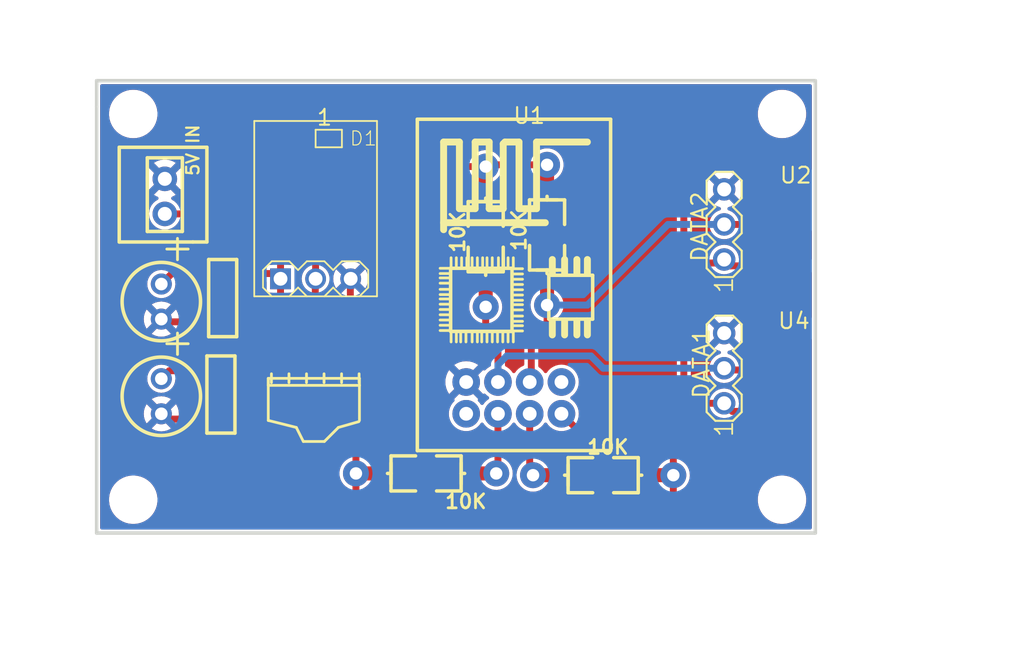
<source format=kicad_pcb>
(kicad_pcb (version 20221018) (generator pcbnew)
  (layers (0 "F.Cu" signal) (31 "B.Cu" signal) (34 "B.Paste" user) (35 "F.Paste" user) (36 "B.SilkS" user "B.Silkscreen") (37 "F.SilkS" user "F.Silkscreen") (38 "B.Mask" user) (39 "F.Mask" user) (44 "Edge.Cuts" user))
  (net 0 "")
  (net 1 "LED_DATA_2")
  (net 2 "LED_DATA_1")
  (net 3 "GND")
  (net 4 "+5V")
  (net 5 "3V3")
  (net 6 "U1_7")
  (net 7 "U1_6")
  (net 8 "U1_4")
  (net 9 "U1_5")
  (net 10 "U3_4")
  (footprint "easyeda:5V IN" (layer "F.Cu") (at 120.015 105.664 180)
    (fp_text reference "P1" hide)
    (fp_text value "5V IN" (at 3.048 5.207 -90) (layer "F.SilkS") (effects (font (size 0.9 0.9) (thickness 0.16)) (justify left)))
    (fp_line (start 2.032 0.508) (end 3.048 0.508) (stroke (width 0.254)) (layer "F.SilkS"))
    (fp_line (start 2.032 7.366) (end 2.032 0.508) (stroke (width 0.254)) (layer "F.SilkS"))
    (fp_line (start 3.048 0.508) (end 8.382 0.508) (stroke (width 0.254)) (layer "F.SilkS"))
    (fp_line (start 3.81 1.27) (end 3.81 6.604) (stroke (width 0.254)) (layer "F.SilkS"))
    (fp_line (start 3.81 6.604) (end 6.35 6.604) (stroke (width 0.254)) (layer "F.SilkS"))
    (fp_line (start 6.35 1.27) (end 3.81 1.27) (stroke (width 0.254)) (layer "F.SilkS"))
    (fp_line (start 6.35 6.604) (end 6.35 1.27) (stroke (width 0.254)) (layer "F.SilkS"))
    (fp_line (start 8.382 0.508) (end 8.382 7.366) (stroke (width 0.254)) (layer "F.SilkS"))
    (fp_line (start 8.382 7.366) (end 2.032 7.366) (stroke (width 0.254)) (layer "F.SilkS"))
    (pad "1" thru_hole circle (at 5.08 2.54 180) (size 1.778 1.778) (drill 1.016) (layers "*.Cu" "*.Paste" "*.Mask") (net 4 "+5V"))
    (pad "2" thru_hole circle (at 5.08 5.08 180) (size 1.778 1.778) (drill 1.016) (layers "*.Cu" "*.Paste" "*.Mask") (net 3 "GND"))
  )
  (footprint "easyeda:AXIAL-0.4 10K" (layer "F.Cu") (at 138.176 104.775 90)
    (fp_text reference "R1" hide)
    (fp_text value "10K" (at -1.27 -2.032 90) (layer "F.SilkS") (effects (font (size 1.016 1.016) (thickness 0.203)) (justify left)))
    (fp_line (start -2.54 -1.27) (end -2.54 1.27) (stroke (width 0.254)) (layer "F.SilkS"))
    (fp_line (start -2.54 0) (end -2.794 0) (stroke (width 0.254)) (layer "F.SilkS"))
    (fp_line (start -2.54 0) (end -2.54 -0.762) (stroke (width 0.254)) (layer "F.SilkS"))
    (fp_line (start -2.54 0.762) (end -2.54 0) (stroke (width 0.254)) (layer "F.SilkS"))
    (fp_line (start -2.54 1.27) (end -0.762 1.27) (stroke (width 0.254)) (layer "F.SilkS"))
    (fp_line (start -0.762 -1.27) (end -2.54 -1.27) (stroke (width 0.254)) (layer "F.SilkS"))
    (fp_line (start 0.762 1.27) (end 2.54 1.27) (stroke (width 0.254)) (layer "F.SilkS"))
    (fp_line (start 2.54 -1.27) (end 0.762 -1.27) (stroke (width 0.254)) (layer "F.SilkS"))
    (fp_line (start 2.54 -0.762) (end 2.54 0) (stroke (width 0.254)) (layer "F.SilkS"))
    (fp_line (start 2.54 0) (end 2.54 0.762) (stroke (width 0.254)) (layer "F.SilkS"))
    (fp_line (start 2.54 0) (end 2.794 0) (stroke (width 0.254)) (layer "F.SilkS"))
    (fp_line (start 2.54 1.27) (end 2.54 -1.27) (stroke (width 0.254)) (layer "F.SilkS"))
    (pad "1" thru_hole circle (at -5.08 0 90) (size 1.88 1.88) (drill 0.899) (layers "*.Cu" "*.Paste" "*.Mask") (net 2 "LED_DATA_1"))
    (pad "1" smd rect (at -3.048 0 90) (size 2.794 1.016) (layers "F.Cu" "F.Paste" "F.Mask") (net 2 "LED_DATA_1"))
    (pad "1" smd rect (at -1.397 0 90) (size 1.6 1.801) (layers "F.Cu" "F.Paste" "F.Mask") (net 2 "LED_DATA_1"))
    (pad "2" smd rect (at 1.397 0 90) (size 1.6 1.801) (layers "F.Cu" "F.Paste" "F.Mask") (net 5 "3V3"))
    (pad "2" smd rect (at 3.048 0 90) (size 2.794 1.016) (layers "F.Cu" "F.Paste" "F.Mask") (net 5 "3V3"))
    (pad "2" thru_hole circle (at 5.08 0 90) (size 1.88 1.88) (drill 0.899) (layers "*.Cu" "*.Paste" "*.Mask") (net 5 "3V3"))
  )
  (footprint "easyeda:AXIAL-0.4 10K" (layer "F.Cu") (at 142.621 104.648 90)
    (fp_text reference "R2" hide)
    (fp_text value "10K" (at -1.27 -2.032 90) (layer "F.SilkS") (effects (font (size 1.016 1.016) (thickness 0.203)) (justify left)))
    (fp_line (start -2.54 -1.27) (end -2.54 1.27) (stroke (width 0.254)) (layer "F.SilkS"))
    (fp_line (start -2.54 0) (end -2.794 0) (stroke (width 0.254)) (layer "F.SilkS"))
    (fp_line (start -2.54 0) (end -2.54 -0.762) (stroke (width 0.254)) (layer "F.SilkS"))
    (fp_line (start -2.54 0.762) (end -2.54 0) (stroke (width 0.254)) (layer "F.SilkS"))
    (fp_line (start -2.54 1.27) (end -0.762 1.27) (stroke (width 0.254)) (layer "F.SilkS"))
    (fp_line (start -0.762 -1.27) (end -2.54 -1.27) (stroke (width 0.254)) (layer "F.SilkS"))
    (fp_line (start 0.762 1.27) (end 2.54 1.27) (stroke (width 0.254)) (layer "F.SilkS"))
    (fp_line (start 2.54 -1.27) (end 0.762 -1.27) (stroke (width 0.254)) (layer "F.SilkS"))
    (fp_line (start 2.54 -0.762) (end 2.54 0) (stroke (width 0.254)) (layer "F.SilkS"))
    (fp_line (start 2.54 0) (end 2.54 0.762) (stroke (width 0.254)) (layer "F.SilkS"))
    (fp_line (start 2.54 0) (end 2.794 0) (stroke (width 0.254)) (layer "F.SilkS"))
    (fp_line (start 2.54 1.27) (end 2.54 -1.27) (stroke (width 0.254)) (layer "F.SilkS"))
    (pad "1" thru_hole circle (at -5.08 0 90) (size 1.88 1.88) (drill 0.899) (layers "*.Cu" "*.Paste" "*.Mask") (net 1 "LED_DATA_2"))
    (pad "1" smd rect (at -3.048 0 90) (size 2.794 1.016) (layers "F.Cu" "F.Paste" "F.Mask") (net 1 "LED_DATA_2"))
    (pad "1" smd rect (at -1.397 0 90) (size 1.6 1.801) (layers "F.Cu" "F.Paste" "F.Mask") (net 1 "LED_DATA_2"))
    (pad "2" smd rect (at 1.397 0 90) (size 1.6 1.801) (layers "F.Cu" "F.Paste" "F.Mask") (net 5 "3V3"))
    (pad "2" smd rect (at 3.048 0 90) (size 2.794 1.016) (layers "F.Cu" "F.Paste" "F.Mask") (net 5 "3V3"))
    (pad "2" thru_hole circle (at 5.08 0 90) (size 1.88 1.88) (drill 0.899) (layers "*.Cu" "*.Paste" "*.Mask") (net 5 "3V3"))
  )
  (footprint "easyeda:CAPACITOR_I" (layer "F.Cu") (at 114.681 115.062 -90)
    (fp_text reference "U7" hide)
    (fp_text value "+" (at -1.143 -1.016 -90) (layer "F.SilkS") (effects (font (size 2.032 2.032) (thickness 0.203)) (justify left)))
    (fp_circle (center 1.27 0) (end 4.11 0) (stroke (width 0.254)) (fill none) (layer "F.SilkS"))
    (pad "1" thru_hole circle (at 0 0 270) (size 1.524 1.524) (drill 0.914) (layers "*.Cu" "*.Paste" "*.Mask") (net 5 "3V3"))
    (pad "2" thru_hole circle (at 2.54 0 270) (size 1.524 1.524) (drill 0.914) (layers "*.Cu" "*.Paste" "*.Mask") (net 3 "GND"))
  )
  (footprint "AutoGenerated:MountingHole_3.00mm" (layer "F.Cu") (at 112.649 123.825)
    (fp_text reference "" (at 0 0) (layer "F.SilkS") (effects (font (size 1.27 1.27))))
    (fp_text value "" (at 0 0) (layer "F.SilkS") (effects (font (size 1.27 1.27))))
    (pad "" np_thru_hole circle (at 0 0) (size 3 3) (drill 3) (layers "*.Cu" "*.Mask"))
  )
  (footprint "easyeda:3PIN-HEADER" (layer "F.Cu") (at 155.448 116.84 90)
    (fp_text reference "DATA1" (at 0.254 -1.651 90) (layer "F.SilkS") (effects (font (size 1.143 1.143) (thickness 0.152)) (justify left)))
    (fp_text value "1" (at -2.54 0 90) (layer "F.SilkS") (effects (font (size 1.27 1.27) (thickness 0.127)) (justify left)))
    (fp_line (start -1.27 -0.635) (end -0.635 -1.27) (stroke (width 0.152)) (layer "F.SilkS"))
    (fp_line (start -1.27 0.635) (end -1.27 -0.635) (stroke (width 0.152)) (layer "F.SilkS"))
    (fp_line (start -0.635 -1.27) (end 0.635 -1.27) (stroke (width 0.152)) (layer "F.SilkS"))
    (fp_line (start -0.635 1.27) (end -1.27 0.635) (stroke (width 0.152)) (layer "F.SilkS"))
    (fp_line (start 0.635 -1.27) (end 1.27 -0.635) (stroke (width 0.152)) (layer "F.SilkS"))
    (fp_line (start 0.635 1.27) (end -0.635 1.27) (stroke (width 0.152)) (layer "F.SilkS"))
    (fp_line (start 1.27 -0.635) (end 1.905 -1.27) (stroke (width 0.152)) (layer "F.SilkS"))
    (fp_line (start 1.27 0.635) (end 0.635 1.27) (stroke (width 0.152)) (layer "F.SilkS"))
    (fp_line (start 1.905 -1.27) (end 3.175 -1.27) (stroke (width 0.152)) (layer "F.SilkS"))
    (fp_line (start 1.905 1.27) (end 1.27 0.635) (stroke (width 0.152)) (layer "F.SilkS"))
    (fp_line (start 3.175 -1.27) (end 3.81 -0.635) (stroke (width 0.152)) (layer "F.SilkS"))
    (fp_line (start 3.175 1.27) (end 1.905 1.27) (stroke (width 0.152)) (layer "F.SilkS"))
    (fp_line (start 3.81 -0.635) (end 4.445 -1.27) (stroke (width 0.152)) (layer "F.SilkS"))
    (fp_line (start 3.81 0.635) (end 3.175 1.27) (stroke (width 0.152)) (layer "F.SilkS"))
    (fp_line (start 4.445 -1.27) (end 5.715 -1.27) (stroke (width 0.152)) (layer "F.SilkS"))
    (fp_line (start 4.445 1.27) (end 3.81 0.635) (stroke (width 0.152)) (layer "F.SilkS"))
    (fp_line (start 5.715 -1.27) (end 6.35 -0.635) (stroke (width 0.152)) (layer "F.SilkS"))
    (fp_line (start 5.715 1.27) (end 4.445 1.27) (stroke (width 0.152)) (layer "F.SilkS"))
    (fp_line (start 6.35 -0.635) (end 6.35 0.635) (stroke (width 0.152)) (layer "F.SilkS"))
    (fp_line (start 6.35 0.635) (end 5.715 1.27) (stroke (width 0.152)) (layer "F.SilkS"))
    (pad "1" thru_hole circle (at 0 0 180) (size 1.626 1.626) (drill oval 1.016 1.021) (layers "*.Cu" "*.Paste" "*.Mask") (net 4 "+5V"))
    (pad "2" thru_hole circle (at 2.54 0 180) (size 1.626 1.626) (drill oval 1.016 1.021) (layers "*.Cu" "*.Paste" "*.Mask") (net 2 "LED_DATA_1"))
    (pad "3" thru_hole circle (at 5.08 0 180) (size 1.626 1.626) (drill oval 1.016 1.021) (layers "*.Cu" "*.Paste" "*.Mask") (net 3 "GND"))
  )
  (footprint "easyeda:AXIAL-0.4 10K" (layer "F.Cu") (at 146.685 122.047)
    (fp_text reference "R4" hide)
    (fp_text value "10K" (at -1.27 -2.032) (layer "F.SilkS") (effects (font (size 1.016 1.016) (thickness 0.203)) (justify left)))
    (fp_line (start -2.54 -1.27) (end -2.54 1.27) (stroke (width 0.254)) (layer "F.SilkS"))
    (fp_line (start -2.54 0) (end -2.794 0) (stroke (width 0.254)) (layer "F.SilkS"))
    (fp_line (start -2.54 0) (end -2.54 -0.762) (stroke (width 0.254)) (layer "F.SilkS"))
    (fp_line (start -2.54 0.762) (end -2.54 0) (stroke (width 0.254)) (layer "F.SilkS"))
    (fp_line (start -2.54 1.27) (end -0.762 1.27) (stroke (width 0.254)) (layer "F.SilkS"))
    (fp_line (start -0.762 -1.27) (end -2.54 -1.27) (stroke (width 0.254)) (layer "F.SilkS"))
    (fp_line (start 0.762 1.27) (end 2.54 1.27) (stroke (width 0.254)) (layer "F.SilkS"))
    (fp_line (start 2.54 -1.27) (end 0.762 -1.27) (stroke (width 0.254)) (layer "F.SilkS"))
    (fp_line (start 2.54 -0.762) (end 2.54 0) (stroke (width 0.254)) (layer "F.SilkS"))
    (fp_line (start 2.54 0) (end 2.54 0.762) (stroke (width 0.254)) (layer "F.SilkS"))
    (fp_line (start 2.54 0) (end 2.794 0) (stroke (width 0.254)) (layer "F.SilkS"))
    (fp_line (start 2.54 1.27) (end 2.54 -1.27) (stroke (width 0.254)) (layer "F.SilkS"))
    (pad "1" thru_hole circle (at -5.08 0) (size 1.88 1.88) (drill 0.899) (layers "*.Cu" "*.Paste" "*.Mask") (net 6 "U1_7"))
    (pad "1" smd rect (at -3.048 0) (size 2.794 1.016) (layers "F.Cu" "F.Paste" "F.Mask") (net 6 "U1_7"))
    (pad "1" smd rect (at -1.397 0) (size 1.6 1.801) (layers "F.Cu" "F.Paste" "F.Mask") (net 6 "U1_7"))
    (pad "2" smd rect (at 1.397 0) (size 1.6 1.801) (layers "F.Cu" "F.Paste" "F.Mask") (net 5 "3V3"))
    (pad "2" smd rect (at 3.048 0) (size 2.794 1.016) (layers "F.Cu" "F.Paste" "F.Mask") (net 5 "3V3"))
    (pad "2" thru_hole circle (at 5.08 0) (size 1.88 1.88) (drill 0.899) (layers "*.Cu" "*.Paste" "*.Mask") (net 5 "3V3"))
  )
  (footprint "easyeda:3PIN-HEADER" (layer "F.Cu") (at 155.448 106.426 90)
    (fp_text reference "DATA2" (at -0.254 -1.778 90) (layer "F.SilkS") (effects (font (size 1.143 1.143) (thickness 0.152)) (justify left)))
    (fp_text value "1" (at -2.54 0 90) (layer "F.SilkS") (effects (font (size 1.27 1.27) (thickness 0.127)) (justify left)))
    (fp_line (start -1.27 -0.635) (end -0.635 -1.27) (stroke (width 0.152)) (layer "F.SilkS"))
    (fp_line (start -1.27 0.635) (end -1.27 -0.635) (stroke (width 0.152)) (layer "F.SilkS"))
    (fp_line (start -0.635 -1.27) (end 0.635 -1.27) (stroke (width 0.152)) (layer "F.SilkS"))
    (fp_line (start -0.635 1.27) (end -1.27 0.635) (stroke (width 0.152)) (layer "F.SilkS"))
    (fp_line (start 0.635 -1.27) (end 1.27 -0.635) (stroke (width 0.152)) (layer "F.SilkS"))
    (fp_line (start 0.635 1.27) (end -0.635 1.27) (stroke (width 0.152)) (layer "F.SilkS"))
    (fp_line (start 1.27 -0.635) (end 1.905 -1.27) (stroke (width 0.152)) (layer "F.SilkS"))
    (fp_line (start 1.27 0.635) (end 0.635 1.27) (stroke (width 0.152)) (layer "F.SilkS"))
    (fp_line (start 1.905 -1.27) (end 3.175 -1.27) (stroke (width 0.152)) (layer "F.SilkS"))
    (fp_line (start 1.905 1.27) (end 1.27 0.635) (stroke (width 0.152)) (layer "F.SilkS"))
    (fp_line (start 3.175 -1.27) (end 3.81 -0.635) (stroke (width 0.152)) (layer "F.SilkS"))
    (fp_line (start 3.175 1.27) (end 1.905 1.27) (stroke (width 0.152)) (layer "F.SilkS"))
    (fp_line (start 3.81 -0.635) (end 4.445 -1.27) (stroke (width 0.152)) (layer "F.SilkS"))
    (fp_line (start 3.81 0.635) (end 3.175 1.27) (stroke (width 0.152)) (layer "F.SilkS"))
    (fp_line (start 4.445 -1.27) (end 5.715 -1.27) (stroke (width 0.152)) (layer "F.SilkS"))
    (fp_line (start 4.445 1.27) (end 3.81 0.635) (stroke (width 0.152)) (layer "F.SilkS"))
    (fp_line (start 5.715 -1.27) (end 6.35 -0.635) (stroke (width 0.152)) (layer "F.SilkS"))
    (fp_line (start 5.715 1.27) (end 4.445 1.27) (stroke (width 0.152)) (layer "F.SilkS"))
    (fp_line (start 6.35 -0.635) (end 6.35 0.635) (stroke (width 0.152)) (layer "F.SilkS"))
    (fp_line (start 6.35 0.635) (end 5.715 1.27) (stroke (width 0.152)) (layer "F.SilkS"))
    (pad "1" thru_hole circle (at 0 0 180) (size 1.626 1.626) (drill oval 1.016 1.021) (layers "*.Cu" "*.Paste" "*.Mask") (net 4 "+5V"))
    (pad "2" thru_hole circle (at 2.54 0 180) (size 1.626 1.626) (drill oval 1.016 1.021) (layers "*.Cu" "*.Paste" "*.Mask") (net 1 "LED_DATA_2"))
    (pad "3" thru_hole circle (at 5.08 0 180) (size 1.626 1.626) (drill oval 1.016 1.021) (layers "*.Cu" "*.Paste" "*.Mask") (net 3 "GND"))
  )
  (footprint "easyeda:3PIN-10MM-LED-STRIP" (layer "F.Cu") (at 159.258 114.427)
    (fp_text reference "U4" (at 0 -3.556) (layer "F.SilkS") (effects (font (size 1.143 1.143) (thickness 0.152)) (justify left)))
    (fp_text value "3Pin-Neopixel" hide)
    (pad "1" smd oval (at 0 -3 180) (size 4 2) (layers "F.Cu" "F.Paste" "F.Mask") (net 3 "GND"))
    (pad "2" smd oval (at 0 0 180) (size 4 2) (layers "F.Cu" "F.Paste" "F.Mask") (net 2 "LED_DATA_1"))
    (pad "3" smd oval (at 0 3 180) (size 4 2) (layers "F.Cu" "F.Paste" "F.Mask") (net 4 "+5V"))
  )
  (footprint "easyeda:CAPACITOR-SMD" (layer "F.Cu") (at 118.999 117.983 90)
    (fp_text reference "C3" hide)
    (fp_text value "CAPACITOR-SMD-0.1uF" hide)
    (fp_line (start -1.016 -1.016) (end 4.572 -1.016) (stroke (width 0.254)) (layer "F.SilkS"))
    (fp_line (start -1.016 1.016) (end -1.016 -1.016) (stroke (width 0.254)) (layer "F.SilkS"))
    (fp_line (start 4.572 -1.016) (end 4.572 1.016) (stroke (width 0.254)) (layer "F.SilkS"))
    (fp_line (start 4.572 1.016) (end -1.016 1.016) (stroke (width 0.254)) (layer "F.SilkS"))
    (pad "1" smd rect (at 0 0 90) (size 1.5 1.5) (layers "F.Cu" "F.Paste" "F.Mask") (net 3 "GND"))
    (pad "2" smd rect (at 3.5 0 90) (size 1.5 1.5) (layers "F.Cu" "F.Paste" "F.Mask") (net 5 "3V3"))
  )
  (footprint "easyeda:3PIN-10MM-LED-STRIP" (layer "F.Cu") (at 159.385 103.886)
    (fp_text reference "U2" (at 0 -3.556) (layer "F.SilkS") (effects (font (size 1.143 1.143) (thickness 0.152)) (justify left)))
    (fp_text value "3Pin-Neopixel" hide)
    (pad "1" smd oval (at 0 -3 180) (size 4 2) (layers "F.Cu" "F.Paste" "F.Mask") (net 3 "GND"))
    (pad "2" smd oval (at 0 0 180) (size 4 2) (layers "F.Cu" "F.Paste" "F.Mask") (net 1 "LED_DATA_2"))
    (pad "3" smd oval (at 0 3 180) (size 4 2) (layers "F.Cu" "F.Paste" "F.Mask") (net 4 "+5V"))
  )
  (footprint "easyeda:REG-AMS1117-3P" (layer "F.Cu") (at 125.857 102.743)
    (fp_text reference "1" (at 0 -6.604) (layer "F.SilkS") (effects (font (size 1.143 1.143) (thickness 0.152)) (justify left)))
    (fp_text value "D1" (at 2.413 -5.08) (layer "F.SilkS") (effects (font (size 1.016 1.016) (thickness 0.081)) (justify left)))
    (fp_line (start -4.445 -6.35) (end -4.445 6.35) (stroke (width 0.127)) (layer "F.SilkS"))
    (fp_line (start -4.445 6.35) (end 4.445 6.35) (stroke (width 0.127)) (layer "F.SilkS"))
    (fp_line (start -3.81 4.445) (end -3.175 3.81) (stroke (width 0.127)) (layer "F.SilkS"))
    (fp_line (start -3.81 5.715) (end -3.81 4.445) (stroke (width 0.127)) (layer "F.SilkS"))
    (fp_line (start -3.175 3.81) (end -1.905 3.81) (stroke (width 0.127)) (layer "F.SilkS"))
    (fp_line (start -3.175 6.35) (end -3.81 5.715) (stroke (width 0.127)) (layer "F.SilkS"))
    (fp_line (start -1.905 3.81) (end -1.27 4.445) (stroke (width 0.127)) (layer "F.SilkS"))
    (fp_line (start -1.27 4.445) (end -0.635 3.81) (stroke (width 0.127)) (layer "F.SilkS"))
    (fp_line (start -1.27 5.715) (end -1.905 6.35) (stroke (width 0.127)) (layer "F.SilkS"))
    (fp_line (start -0.635 3.81) (end 0.635 3.81) (stroke (width 0.127)) (layer "F.SilkS"))
    (fp_line (start -0.635 6.35) (end -1.27 5.715) (stroke (width 0.127)) (layer "F.SilkS"))
    (fp_line (start 0 -5.715) (end 1.905 -5.715) (stroke (width 0.127)) (layer "F.SilkS"))
    (fp_line (start 0 -4.445) (end 0 -5.715) (stroke (width 0.127)) (layer "F.SilkS"))
    (fp_line (start 0.635 3.81) (end 1.27 4.445) (stroke (width 0.127)) (layer "F.SilkS"))
    (fp_line (start 1.27 4.445) (end 1.905 3.81) (stroke (width 0.127)) (layer "F.SilkS"))
    (fp_line (start 1.27 5.715) (end 0.635 6.35) (stroke (width 0.127)) (layer "F.SilkS"))
    (fp_line (start 1.905 -5.715) (end 1.905 -4.445) (stroke (width 0.127)) (layer "F.SilkS"))
    (fp_line (start 1.905 -4.445) (end 0 -4.445) (stroke (width 0.127)) (layer "F.SilkS"))
    (fp_line (start 1.905 3.81) (end 3.175 3.81) (stroke (width 0.127)) (layer "F.SilkS"))
    (fp_line (start 1.905 6.35) (end 1.27 5.715) (stroke (width 0.127)) (layer "F.SilkS"))
    (fp_line (start 3.175 3.81) (end 3.81 4.445) (stroke (width 0.127)) (layer "F.SilkS"))
    (fp_line (start 3.81 4.445) (end 3.81 5.715) (stroke (width 0.127)) (layer "F.SilkS"))
    (fp_line (start 3.81 5.715) (end 3.175 6.35) (stroke (width 0.127)) (layer "F.SilkS"))
    (fp_line (start 4.445 -6.35) (end -4.445 -6.35) (stroke (width 0.127)) (layer "F.SilkS"))
    (fp_line (start 4.445 6.35) (end 4.445 -6.35) (stroke (width 0.127)) (layer "F.SilkS"))
    (pad "1" thru_hole rect (at -2.54 5.08) (size 1.508 1.508) (drill oval 1) (layers "*.Cu" "*.Paste" "*.Mask") (net 4 "+5V"))
    (pad "2" thru_hole circle (at 0 5.08) (size 1.508 1.508) (drill oval 1) (layers "*.Cu" "*.Paste" "*.Mask") (net 5 "3V3"))
    (pad "3" thru_hole circle (at 2.54 5.08) (size 1.508 1.508) (drill oval 1) (layers "*.Cu" "*.Paste" "*.Mask") (net 3 "GND"))
  )
  (footprint "easyeda:AMS1117" (layer "F.Cu") (at 128.143 112.268)
    (fp_text reference "U3" hide)
    (fp_text value "AMS1117" hide)
    (fp_line (start -5.715 2.766) (end 0.889 2.766) (stroke (width 0.201)) (layer "F.SilkS"))
    (fp_line (start -5.715 3.274) (end -5.715 2.766) (stroke (width 0.201)) (layer "F.SilkS"))
    (fp_line (start -5.715 5.814) (end -5.715 2.766) (stroke (width 0.201)) (layer "F.SilkS"))
    (fp_line (start -5.486 3.071) (end -5.486 2.436) (stroke (width 0.201)) (layer "F.SilkS"))
    (fp_line (start -4.216 3.071) (end -4.216 2.436) (stroke (width 0.201)) (layer "F.SilkS"))
    (fp_line (start -3.683 6.322) (end -5.715 5.814) (stroke (width 0.201)) (layer "F.SilkS"))
    (fp_line (start -3.175 7.338) (end -3.683 6.322) (stroke (width 0.201)) (layer "F.SilkS"))
    (fp_line (start -2.946 3.071) (end -2.946 2.436) (stroke (width 0.201)) (layer "F.SilkS"))
    (fp_line (start -1.676 3.071) (end -1.676 2.436) (stroke (width 0.201)) (layer "F.SilkS"))
    (fp_line (start -1.651 7.338) (end -3.175 7.338) (stroke (width 0.201)) (layer "F.SilkS"))
    (fp_line (start -0.635 6.322) (end -1.651 7.338) (stroke (width 0.201)) (layer "F.SilkS"))
    (fp_line (start -0.406 3.071) (end -0.406 2.436) (stroke (width 0.201)) (layer "F.SilkS"))
    (fp_line (start 0.846 5.9) (end -0.635 6.322) (stroke (width 0.201)) (layer "F.SilkS"))
    (fp_line (start 0.864 3.071) (end 0.864 2.436) (stroke (width 0.201)) (layer "F.SilkS"))
    (fp_line (start 0.889 2.766) (end 0.889 3.274) (stroke (width 0.201)) (layer "F.SilkS"))
    (fp_line (start 0.889 3.274) (end -5.715 3.274) (stroke (width 0.201)) (layer "F.SilkS"))
    (fp_line (start 0.889 3.274) (end 0.889 5.814) (stroke (width 0.201)) (layer "F.SilkS"))
    (pad "1" smd rect (at 0.229 -0.102 270) (size 3.81 1.651) (layers "F.Cu" "F.Paste" "F.Mask") (net 3 "GND"))
    (pad "2" smd rect (at -2.311 -0.102 270) (size 3.81 1.651) (layers "F.Cu" "F.Paste" "F.Mask") (net 5 "3V3"))
    (pad "3" smd rect (at -4.851 -0.102 270) (size 3.81 1.651) (layers "F.Cu" "F.Paste" "F.Mask") (net 4 "+5V"))
    (pad "4" smd rect (at -2.311 5.994 270) (size 2.54 2.54) (layers "F.Cu" "F.Paste" "F.Mask") (net 10 "U3_4"))
  )
  (footprint "AutoGenerated:MountingHole_3.00mm" (layer "F.Cu") (at 159.639 95.885)
    (fp_text reference "" (at 0 0) (layer "F.SilkS") (effects (font (size 1.27 1.27))))
    (fp_text value "" (at 0 0) (layer "F.SilkS") (effects (font (size 1.27 1.27))))
    (pad "" np_thru_hole circle (at 0 0) (size 3 3) (drill 3) (layers "*.Cu" "*.Mask"))
  )
  (footprint "easyeda:CAPACITOR_I" (layer "F.Cu") (at 114.681 108.204 -90)
    (fp_text reference "U9" hide)
    (fp_text value "+" (at -1.143 -1.016 -90) (layer "F.SilkS") (effects (font (size 2.032 2.032) (thickness 0.203)) (justify left)))
    (fp_circle (center 1.27 0) (end 4.11 0) (stroke (width 0.254)) (fill none) (layer "F.SilkS"))
    (pad "1" thru_hole circle (at 0 0 270) (size 1.524 1.524) (drill 0.914) (layers "*.Cu" "*.Paste" "*.Mask") (net 4 "+5V"))
    (pad "2" thru_hole circle (at 2.54 0 270) (size 1.524 1.524) (drill 0.914) (layers "*.Cu" "*.Paste" "*.Mask") (net 3 "GND"))
  )
  (footprint "AutoGenerated:MountingHole_3.00mm" (layer "F.Cu") (at 159.639 123.825)
    (fp_text reference "" (at 0 0) (layer "F.SilkS") (effects (font (size 1.27 1.27))))
    (fp_text value "" (at 0 0) (layer "F.SilkS") (effects (font (size 1.27 1.27))))
    (pad "" np_thru_hole circle (at 0 0) (size 3 3) (drill 3) (layers "*.Cu" "*.Mask"))
  )
  (footprint "easyeda:ESP8266" (layer "F.Cu") (at 135.763 114.3)
    (fp_text reference "U1" (at 4.318 -18.288) (layer "F.SilkS") (effects (font (size 1.143 1.143) (thickness 0.152)) (justify left)))
    (fp_text value "ESP8266 MINI" hide)
    (fp_line (start -2.54 -18.034) (end 11.46 -18.034) (stroke (width 0.254)) (layer "F.SilkS"))
    (fp_line (start -2.54 5.966) (end -2.54 -18.034) (stroke (width 0.254)) (layer "F.SilkS"))
    (fp_line (start -0.635 -16.383) (end 0.508 -16.383) (stroke (width 0.5)) (layer "F.SilkS"))
    (fp_line (start -0.635 -10.541) (end 6.731 -10.541) (stroke (width 0.5)) (layer "F.SilkS"))
    (fp_line (start -0.635 -10.033) (end -0.635 -16.383) (stroke (width 0.5)) (layer "F.SilkS"))
    (fp_line (start -0.254 -6.858) (end -0.889 -6.858) (stroke (width 0.2)) (layer "F.SilkS"))
    (fp_line (start -0.254 -6.16) (end -0.889 -6.16) (stroke (width 0.2)) (layer "F.SilkS"))
    (fp_line (start -0.254 -5.334) (end -0.889 -5.334) (stroke (width 0.2)) (layer "F.SilkS"))
    (fp_line (start -0.254 -4.635) (end -0.889 -4.635) (stroke (width 0.2)) (layer "F.SilkS"))
    (fp_line (start -0.254 -3.873) (end -0.889 -3.873) (stroke (width 0.2)) (layer "F.SilkS"))
    (fp_line (start -0.254 -3.111) (end -0.889 -3.111) (stroke (width 0.2)) (layer "F.SilkS"))
    (fp_line (start -0.127 -7.239) (end -0.889 -7.239) (stroke (width 0.2)) (layer "F.SilkS"))
    (fp_line (start -0.127 -7.239) (end 4.318 -7.239) (stroke (width 0.254)) (layer "F.SilkS"))
    (fp_line (start -0.127 -6.54) (end -0.889 -6.54) (stroke (width 0.2)) (layer "F.SilkS"))
    (fp_line (start -0.127 -5.715) (end -0.889 -5.715) (stroke (width 0.2)) (layer "F.SilkS"))
    (fp_line (start -0.127 -5.017) (end -0.889 -5.017) (stroke (width 0.2)) (layer "F.SilkS"))
    (fp_line (start -0.127 -4.254) (end -0.889 -4.254) (stroke (width 0.2)) (layer "F.SilkS"))
    (fp_line (start -0.127 -3.492) (end -0.889 -3.492) (stroke (width 0.2)) (layer "F.SilkS"))
    (fp_line (start -0.127 -2.73) (end -0.889 -2.73) (stroke (width 0.2)) (layer "F.SilkS"))
    (fp_line (start -0.127 -2.667) (end -0.127 -7.239) (stroke (width 0.254)) (layer "F.SilkS"))
    (fp_line (start -0.095 -7.239) (end -0.095 -8.001) (stroke (width 0.2)) (layer "F.SilkS"))
    (fp_line (start -0.095 -2.667) (end -0.095 -1.905) (stroke (width 0.2)) (layer "F.SilkS"))
    (fp_line (start 0.286 -7.366) (end 0.286 -8.001) (stroke (width 0.2)) (layer "F.SilkS"))
    (fp_line (start 0.286 -2.54) (end 0.286 -1.905) (stroke (width 0.2)) (layer "F.SilkS"))
    (fp_line (start 0.508 -16.383) (end 0.508 -11.557) (stroke (width 0.5)) (layer "F.SilkS"))
    (fp_line (start 0.508 -11.557) (end 1.651 -11.557) (stroke (width 0.5)) (layer "F.SilkS"))
    (fp_line (start 0.603 -2.667) (end 0.603 -1.905) (stroke (width 0.2)) (layer "F.SilkS"))
    (fp_line (start 0.667 -7.239) (end 0.667 -8.001) (stroke (width 0.2)) (layer "F.SilkS"))
    (fp_line (start 0.984 -2.54) (end 0.984 -1.905) (stroke (width 0.2)) (layer "F.SilkS"))
    (fp_line (start 1.048 -7.366) (end 1.048 -8.001) (stroke (width 0.2)) (layer "F.SilkS"))
    (fp_line (start 1.429 -7.239) (end 1.429 -8.001) (stroke (width 0.2)) (layer "F.SilkS"))
    (fp_line (start 1.429 -2.667) (end 1.429 -1.905) (stroke (width 0.2)) (layer "F.SilkS"))
    (fp_line (start 1.651 -16.383) (end 2.667 -16.383) (stroke (width 0.5)) (layer "F.SilkS"))
    (fp_line (start 1.651 -11.557) (end 1.651 -16.383) (stroke (width 0.5)) (layer "F.SilkS"))
    (fp_line (start 1.81 -7.366) (end 1.81 -8.001) (stroke (width 0.2)) (layer "F.SilkS"))
    (fp_line (start 1.81 -2.54) (end 1.81 -1.905) (stroke (width 0.2)) (layer "F.SilkS"))
    (fp_line (start 2.127 -2.667) (end 2.127 -1.905) (stroke (width 0.2)) (layer "F.SilkS"))
    (fp_line (start 2.191 -7.239) (end 2.191 -8.001) (stroke (width 0.2)) (layer "F.SilkS"))
    (fp_line (start 2.508 -7.366) (end 2.508 -8.001) (stroke (width 0.2)) (layer "F.SilkS"))
    (fp_line (start 2.508 -2.54) (end 2.508 -1.905) (stroke (width 0.2)) (layer "F.SilkS"))
    (fp_line (start 2.667 -16.383) (end 2.667 -11.557) (stroke (width 0.5)) (layer "F.SilkS"))
    (fp_line (start 2.667 -11.557) (end 3.683 -11.557) (stroke (width 0.5)) (layer "F.SilkS"))
    (fp_line (start 2.889 -7.239) (end 2.889 -8.001) (stroke (width 0.2)) (layer "F.SilkS"))
    (fp_line (start 2.889 -2.667) (end 2.889 -1.905) (stroke (width 0.2)) (layer "F.SilkS"))
    (fp_line (start 3.27 -2.54) (end 3.27 -1.905) (stroke (width 0.2)) (layer "F.SilkS"))
    (fp_line (start 3.334 -7.366) (end 3.334 -8.001) (stroke (width 0.2)) (layer "F.SilkS"))
    (fp_line (start 3.651 -2.667) (end 3.651 -1.905) (stroke (width 0.2)) (layer "F.SilkS"))
    (fp_line (start 3.683 -16.256) (end 3.81 -16.383) (stroke (width 0.5)) (layer "F.SilkS"))
    (fp_line (start 3.683 -11.557) (end 3.683 -16.256) (stroke (width 0.5)) (layer "F.SilkS"))
    (fp_line (start 3.715 -7.239) (end 3.715 -8.001) (stroke (width 0.2)) (layer "F.SilkS"))
    (fp_line (start 3.81 -16.383) (end 4.826 -16.383) (stroke (width 0.5)) (layer "F.SilkS"))
    (fp_line (start 4.032 -7.366) (end 4.032 -8.001) (stroke (width 0.2)) (layer "F.SilkS"))
    (fp_line (start 4.032 -2.54) (end 4.032 -1.905) (stroke (width 0.2)) (layer "F.SilkS"))
    (fp_line (start 4.318 -7.239) (end 4.318 -2.667) (stroke (width 0.254)) (layer "F.SilkS"))
    (fp_line (start 4.318 -7.207) (end 5.08 -7.207) (stroke (width 0.2)) (layer "F.SilkS"))
    (fp_line (start 4.318 -6.445) (end 5.08 -6.445) (stroke (width 0.2)) (layer "F.SilkS"))
    (fp_line (start 4.318 -5.683) (end 5.08 -5.683) (stroke (width 0.2)) (layer "F.SilkS"))
    (fp_line (start 4.318 -4.921) (end 5.08 -4.921) (stroke (width 0.2)) (layer "F.SilkS"))
    (fp_line (start 4.318 -4.223) (end 5.08 -4.223) (stroke (width 0.2)) (layer "F.SilkS"))
    (fp_line (start 4.318 -3.397) (end 5.08 -3.397) (stroke (width 0.2)) (layer "F.SilkS"))
    (fp_line (start 4.318 -2.699) (end 5.08 -2.699) (stroke (width 0.2)) (layer "F.SilkS"))
    (fp_line (start 4.318 -2.667) (end -0.127 -2.667) (stroke (width 0.254)) (layer "F.SilkS"))
    (fp_line (start 4.413 -7.239) (end 4.413 -8.001) (stroke (width 0.2)) (layer "F.SilkS"))
    (fp_line (start 4.413 -2.667) (end 4.413 -1.905) (stroke (width 0.2)) (layer "F.SilkS"))
    (fp_line (start 4.445 -6.826) (end 5.08 -6.826) (stroke (width 0.2)) (layer "F.SilkS"))
    (fp_line (start 4.445 -6.064) (end 5.08 -6.064) (stroke (width 0.2)) (layer "F.SilkS"))
    (fp_line (start 4.445 -5.302) (end 5.08 -5.302) (stroke (width 0.2)) (layer "F.SilkS"))
    (fp_line (start 4.445 -4.604) (end 5.08 -4.604) (stroke (width 0.2)) (layer "F.SilkS"))
    (fp_line (start 4.445 -3.778) (end 5.08 -3.778) (stroke (width 0.2)) (layer "F.SilkS"))
    (fp_line (start 4.445 -3.08) (end 5.08 -3.08) (stroke (width 0.2)) (layer "F.SilkS"))
    (fp_line (start 4.826 -16.383) (end 4.826 -11.557) (stroke (width 0.5)) (layer "F.SilkS"))
    (fp_line (start 4.826 -11.557) (end 5.842 -11.557) (stroke (width 0.5)) (layer "F.SilkS"))
    (fp_line (start 5.842 -11.557) (end 6.096 -11.557) (stroke (width 0.5)) (layer "F.SilkS"))
    (fp_line (start 6.096 -16.383) (end 9.779 -16.383) (stroke (width 0.5)) (layer "F.SilkS"))
    (fp_line (start 6.096 -11.557) (end 6.096 -16.383) (stroke (width 0.5)) (layer "F.SilkS"))
    (fp_line (start 6.985 -6.731) (end 10.16 -6.731) (stroke (width 0.254)) (layer "F.SilkS"))
    (fp_line (start 6.985 -3.556) (end 6.985 -6.731) (stroke (width 0.254)) (layer "F.SilkS"))
    (fp_line (start 7.239 -7.874) (end 7.239 -6.858) (stroke (width 0.5)) (layer "F.SilkS"))
    (fp_line (start 7.239 -3.429) (end 7.239 -2.413) (stroke (width 0.5)) (layer "F.SilkS"))
    (fp_line (start 8.128 -7.874) (end 8.128 -6.858) (stroke (width 0.5)) (layer "F.SilkS"))
    (fp_line (start 8.128 -3.429) (end 8.128 -2.413) (stroke (width 0.5)) (layer "F.SilkS"))
    (fp_line (start 9.017 -7.874) (end 9.017 -6.858) (stroke (width 0.5)) (layer "F.SilkS"))
    (fp_line (start 9.017 -3.429) (end 9.017 -2.413) (stroke (width 0.5)) (layer "F.SilkS"))
    (fp_line (start 9.779 -7.874) (end 9.779 -6.858) (stroke (width 0.5)) (layer "F.SilkS"))
    (fp_line (start 9.779 -3.429) (end 9.779 -2.413) (stroke (width 0.5)) (layer "F.SilkS"))
    (fp_line (start 10.16 -6.731) (end 10.16 -3.556) (stroke (width 0.254)) (layer "F.SilkS"))
    (fp_line (start 10.16 -3.556) (end 6.985 -3.556) (stroke (width 0.254)) (layer "F.SilkS"))
    (fp_line (start 11.46 -18.034) (end 11.46 5.966) (stroke (width 0.254)) (layer "F.SilkS"))
    (fp_line (start 11.46 5.966) (end -2.54 5.966) (stroke (width 0.254)) (layer "F.SilkS"))
    (pad "1" thru_hole circle (at 1 1) (size 2 2) (drill 1) (layers "*.Cu" "*.Paste" "*.Mask") (net 3 "GND"))
    (pad "2" thru_hole circle (at 3.3 1) (size 2 2) (drill 1) (layers "*.Cu" "*.Paste" "*.Mask") (net 2 "LED_DATA_1"))
    (pad "3" thru_hole circle (at 5.6 1) (size 2 2) (drill 1) (layers "*.Cu" "*.Paste" "*.Mask") (net 1 "LED_DATA_2"))
    (pad "4" thru_hole circle (at 7.9 1) (size 2 2) (drill 1) (layers "*.Cu" "*.Paste" "*.Mask") (net 8 "U1_4"))
    (pad "5" thru_hole circle (at 1 3.3) (size 2 2) (drill 1) (layers "*.Cu" "*.Paste" "*.Mask") (net 9 "U1_5"))
    (pad "6" thru_hole circle (at 3.3 3.3) (size 2 2) (drill 1) (layers "*.Cu" "*.Paste" "*.Mask") (net 7 "U1_6"))
    (pad "7" thru_hole circle (at 5.6 3.3) (size 2 2) (drill 1) (layers "*.Cu" "*.Paste" "*.Mask") (net 6 "U1_7"))
    (pad "8" thru_hole circle (at 7.9 3.3) (size 2 2) (drill 1) (layers "*.Cu" "*.Paste" "*.Mask") (net 5 "3V3"))
  )
  (footprint "easyeda:CAPACITOR-SMD" (layer "F.Cu") (at 119.126 107.442 -90)
    (fp_text reference "C2" hide)
    (fp_text value "CAPACITOR-SMD-0.1uF" hide)
    (fp_line (start -1.016 -1.016) (end 4.572 -1.016) (stroke (width 0.254)) (layer "F.SilkS"))
    (fp_line (start -1.016 1.016) (end -1.016 -1.016) (stroke (width 0.254)) (layer "F.SilkS"))
    (fp_line (start 4.572 -1.016) (end 4.572 1.016) (stroke (width 0.254)) (layer "F.SilkS"))
    (fp_line (start 4.572 1.016) (end -1.016 1.016) (stroke (width 0.254)) (layer "F.SilkS"))
    (pad "1" smd rect (at 0 0 270) (size 1.5 1.5) (layers "F.Cu" "F.Paste" "F.Mask") (net 4 "+5V"))
    (pad "2" smd rect (at 3.5 0 270) (size 1.5 1.5) (layers "F.Cu" "F.Paste" "F.Mask") (net 3 "GND"))
  )
  (footprint "AutoGenerated:MountingHole_3.00mm" (layer "F.Cu") (at 112.649 95.885)
    (fp_text reference "" (at 0 0) (layer "F.SilkS") (effects (font (size 1.27 1.27))))
    (fp_text value "" (at 0 0) (layer "F.SilkS") (effects (font (size 1.27 1.27))))
    (pad "" np_thru_hole circle (at 0 0) (size 3 3) (drill 3) (layers "*.Cu" "*.Mask"))
  )
  (footprint "easyeda:AXIAL-0.4 10K" (layer "F.Cu") (at 133.858 121.92 180)
    (fp_text reference "R3" hide)
    (fp_text value "10K" (at -1.27 -2.032 180) (layer "F.SilkS") (effects (font (size 1.016 1.016) (thickness 0.203)) (justify left)))
    (fp_line (start -2.54 -1.27) (end -2.54 1.27) (stroke (width 0.254)) (layer "F.SilkS"))
    (fp_line (start -2.54 0) (end -2.794 0) (stroke (width 0.254)) (layer "F.SilkS"))
    (fp_line (start -2.54 0) (end -2.54 -0.762) (stroke (width 0.254)) (layer "F.SilkS"))
    (fp_line (start -2.54 0.762) (end -2.54 0) (stroke (width 0.254)) (layer "F.SilkS"))
    (fp_line (start -2.54 1.27) (end -0.762 1.27) (stroke (width 0.254)) (layer "F.SilkS"))
    (fp_line (start -0.762 -1.27) (end -2.54 -1.27) (stroke (width 0.254)) (layer "F.SilkS"))
    (fp_line (start 0.762 1.27) (end 2.54 1.27) (stroke (width 0.254)) (layer "F.SilkS"))
    (fp_line (start 2.54 -1.27) (end 0.762 -1.27) (stroke (width 0.254)) (layer "F.SilkS"))
    (fp_line (start 2.54 -0.762) (end 2.54 0) (stroke (width 0.254)) (layer "F.SilkS"))
    (fp_line (start 2.54 0) (end 2.54 0.762) (stroke (width 0.254)) (layer "F.SilkS"))
    (fp_line (start 2.54 0) (end 2.794 0) (stroke (width 0.254)) (layer "F.SilkS"))
    (fp_line (start 2.54 1.27) (end 2.54 -1.27) (stroke (width 0.254)) (layer "F.SilkS"))
    (pad "1" thru_hole circle (at -5.08 0 180) (size 1.88 1.88) (drill 0.899) (layers "*.Cu" "*.Paste" "*.Mask") (net 7 "U1_6"))
    (pad "1" smd rect (at -3.048 0 180) (size 2.794 1.016) (layers "F.Cu" "F.Paste" "F.Mask") (net 7 "U1_6"))
    (pad "1" smd rect (at -1.397 0 180) (size 1.6 1.801) (layers "F.Cu" "F.Paste" "F.Mask") (net 7 "U1_6"))
    (pad "2" smd rect (at 1.397 0 180) (size 1.6 1.801) (layers "F.Cu" "F.Paste" "F.Mask") (net 5 "3V3"))
    (pad "2" smd rect (at 3.048 0 180) (size 2.794 1.016) (layers "F.Cu" "F.Paste" "F.Mask") (net 5 "3V3"))
    (pad "2" thru_hole circle (at 5.08 0 180) (size 1.88 1.88) (drill 0.899) (layers "*.Cu" "*.Paste" "*.Mask") (net 5 "3V3"))
  )
  (gr_line (start 109.997 95.357) (end 109.997 93.472) (stroke (width 0.254)) (layer "Edge.Cuts"))
  (gr_line (start 162.052 93.472) (end 162.052 126.238) (stroke (width 0.254)) (layer "Edge.Cuts"))
  (gr_line (start 109.997 93.472) (end 162.052 93.472) (stroke (width 0.254)) (layer "Edge.Cuts"))
  (gr_line (start 109.997 126.238) (end 109.997 95.357) (stroke (width 0.254)) (layer "Edge.Cuts"))
  (gr_line (start 162.052 126.238) (end 109.997 126.238) (stroke (width 0.254)) (layer "Edge.Cuts"))
  (segment (start 141.478 112.141) (end 141.478 115.185) (width 0.5) (layer "F.Cu") (net 1))
  (segment (start 142.621 110.998) (end 141.478 112.141) (width 0.5) (layer "F.Cu") (net 1))
  (segment (start 159.385 103.886) (end 155.448 103.886) (width 0.5) (layer "F.Cu") (net 1))
  (segment (start 142.621 109.728) (end 142.621 110.998) (width 0.5) (layer "F.Cu") (net 1))
  (segment (start 141.478 115.185) (end 141.363 115.3) (width 0.5) (layer "F.Cu") (net 1))
  (segment (start 155.448 103.886) (end 151.384 103.886) (width 0.5) (layer "B.Cu") (net 1))
  (segment (start 151.384 103.886) (end 145.542 109.728) (width 0.5) (layer "B.Cu") (net 1))
  (segment (start 145.542 109.728) (end 142.621 109.728) (width 0.5) (layer "B.Cu") (net 1))
  (segment (start 159.258 114.427) (end 155.575 114.427) (width 0.5) (layer "F.Cu") (net 2))
  (segment (start 138.176 109.855) (end 138.176 111.887) (width 0.5) (layer "F.Cu") (net 2))
  (segment (start 155.575 114.427) (end 155.448 114.3) (width 0.5) (layer "F.Cu") (net 2))
  (segment (start 139.065 112.776) (end 139.062 115.301) (width 0.5) (layer "F.Cu") (net 2))
  (segment (start 138.176 111.887) (end 139.065 112.776) (width 0.5) (layer "F.Cu") (net 2))
  (segment (start 146.685 114.3) (end 145.796 113.411) (width 0.5) (layer "B.Cu") (net 2))
  (segment (start 139.7 113.411) (end 139.062 114.049) (width 0.5) (layer "B.Cu") (net 2))
  (segment (start 145.796 113.411) (end 139.7 113.411) (width 0.5) (layer "B.Cu") (net 2))
  (segment (start 155.448 114.3) (end 146.685 114.3) (width 0.5) (layer "B.Cu") (net 2))
  (segment (start 139.062 114.049) (end 139.062 115.301) (width 0.5) (layer "B.Cu") (net 2))
  (segment (start 115.062 117.983) (end 118.999 117.983) (width 0.5) (layer "F.Cu") (net 3))
  (segment (start 128.372 112.166) (end 128.372 107.848) (width 0.5) (layer "F.Cu") (net 3))
  (segment (start 114.879 110.942) (end 114.681 110.744) (width 0.5) (layer "F.Cu") (net 3))
  (segment (start 128.372 107.848) (end 128.397 107.823) (width 0.5) (layer "F.Cu") (net 3))
  (segment (start 119.126 110.942) (end 114.879 110.942) (width 0.5) (layer "F.Cu") (net 3))
  (segment (start 114.681 117.602) (end 115.062 117.983) (width 0.5) (layer "F.Cu") (net 3))
  (segment (start 123.317 112.141) (end 123.317 107.823) (width 0.5) (layer "F.Cu") (net 4))
  (segment (start 153.543 116.84) (end 152.527 115.824) (width 0.5) (layer "F.Cu") (net 4))
  (segment (start 153.67 106.68) (end 155.194 106.68) (width 0.5) (layer "F.Cu") (net 4))
  (segment (start 114.935 103.124) (end 122.047 103.124) (width 0.5) (layer "F.Cu") (net 4))
  (segment (start 155.448 116.84) (end 153.543 116.84) (width 0.5) (layer "F.Cu") (net 4))
  (segment (start 124.333 96.647) (end 121.92 99.06) (width 0.5) (layer "F.Cu") (net 4))
  (segment (start 152.527 107.823) (end 153.67 106.68) (width 0.5) (layer "F.Cu") (net 4))
  (segment (start 152.527 99.314) (end 149.86 96.647) (width 0.5) (layer "F.Cu") (net 4))
  (segment (start 149.86 96.647) (end 124.333 96.647) (width 0.5) (layer "F.Cu") (net 4))
  (segment (start 119.126 107.442) (end 115.443 107.442) (width 0.5) (layer "F.Cu") (net 4))
  (segment (start 121.92 99.06) (end 121.92 101.201) (width 0.5) (layer "F.Cu") (net 4))
  (segment (start 159.258 117.427) (end 156.035 117.427) (width 0.5) (layer "F.Cu") (net 4))
  (segment (start 152.527 115.824) (end 152.527 107.823) (width 0.5) (layer "F.Cu") (net 4))
  (segment (start 115.443 107.442) (end 114.681 108.204) (width 0.5) (layer "F.Cu") (net 4))
  (segment (start 152.527 107.823) (end 152.527 99.314) (width 0.5) (layer "F.Cu") (net 4))
  (segment (start 123.317 107.823) (end 122.936 107.442) (width 0.5) (layer "F.Cu") (net 4))
  (segment (start 121.92 101.201) (end 119.997 103.124) (width 0.5) (layer "F.Cu") (net 4))
  (segment (start 122.936 107.442) (end 119.126 107.442) (width 0.5) (layer "F.Cu") (net 4))
  (segment (start 123.292 112.166) (end 123.317 112.141) (width 0.5) (layer "F.Cu") (net 4))
  (segment (start 155.194 106.68) (end 155.448 106.426) (width 0.5) (layer "F.Cu") (net 4))
  (segment (start 155.908 106.886) (end 155.448 106.426) (width 0.5) (layer "F.Cu") (net 4))
  (segment (start 123.317 104.394) (end 123.317 107.823) (width 0.5) (layer "F.Cu") (net 4))
  (segment (start 159.385 106.886) (end 155.908 106.886) (width 0.5) (layer "F.Cu") (net 4))
  (segment (start 122.047 103.124) (end 123.317 104.394) (width 0.5) (layer "F.Cu") (net 4))
  (segment (start 156.035 117.427) (end 155.448 116.84) (width 0.5) (layer "F.Cu") (net 4))
  (segment (start 138.303 99.568) (end 138.176 99.695) (width 0.5) (layer "F.Cu") (net 5))
  (segment (start 142.621 99.568) (end 138.303 99.568) (width 0.5) (layer "F.Cu") (net 5))
  (segment (start 128.778 117.729) (end 125.832 114.783) (width 0.5) (layer "F.Cu") (net 5))
  (segment (start 125.832 107.848) (end 125.857 107.823) (width 0.5) (layer "F.Cu") (net 5))
  (segment (start 151.765 119.761) (end 151.13 119.126) (width 0.5) (layer "F.Cu") (net 5))
  (segment (start 128.778 121.92) (end 128.778 117.729) (width 0.5) (layer "F.Cu") (net 5))
  (segment (start 151.765 123.444) (end 150.876 124.333) (width 0.5) (layer "F.Cu") (net 5))
  (segment (start 151.13 119.126) (end 145.189 119.126) (width 0.5) (layer "F.Cu") (net 5))
  (segment (start 125.832 112.166) (end 125.832 107.848) (width 0.5) (layer "F.Cu") (net 5))
  (segment (start 125.832 114.783) (end 125.832 112.166) (width 0.5) (layer "F.Cu") (net 5))
  (segment (start 118.999 114.935) (end 118.999 114.483) (width 0.5) (layer "F.Cu") (net 5))
  (segment (start 125.832 114.452) (end 125.349 114.935) (width 0.5) (layer "F.Cu") (net 5))
  (segment (start 125.857 102.489) (end 125.857 107.823) (width 0.5) (layer "F.Cu") (net 5))
  (segment (start 114.681 115.062) (end 115.26 114.483) (width 0.5) (layer "F.Cu") (net 5))
  (segment (start 125.832 112.166) (end 125.832 114.452) (width 0.5) (layer "F.Cu") (net 5))
  (segment (start 138.176 99.695) (end 128.651 99.695) (width 0.5) (layer "F.Cu") (net 5))
  (segment (start 150.876 124.333) (end 129.54 124.333) (width 0.5) (layer "F.Cu") (net 5))
  (segment (start 151.765 122.047) (end 151.765 119.761) (width 0.5) (layer "F.Cu") (net 5))
  (segment (start 128.778 123.571) (end 128.778 121.92) (width 0.5) (layer "F.Cu") (net 5))
  (segment (start 151.765 122.047) (end 151.765 123.444) (width 0.5) (layer "F.Cu") (net 5))
  (segment (start 129.54 124.333) (end 128.778 123.571) (width 0.5) (layer "F.Cu") (net 5))
  (segment (start 125.349 114.935) (end 118.999 114.935) (width 0.5) (layer "F.Cu") (net 5))
  (segment (start 115.26 114.483) (end 118.999 114.483) (width 0.5) (layer "F.Cu") (net 5))
  (segment (start 128.651 99.695) (end 125.857 102.489) (width 0.5) (layer "F.Cu") (net 5))
  (segment (start 145.189 119.126) (end 143.663 117.6) (width 0.5) (layer "F.Cu") (net 5))
  (segment (start 141.363 121.805) (end 141.605 122.047) (width 0.5) (layer "F.Cu") (net 6))
  (segment (start 141.363 117.6) (end 141.363 121.805) (width 0.5) (layer "F.Cu") (net 6))
  (segment (start 139.063 121.795) (end 138.938 121.92) (width 0.5) (layer "F.Cu") (net 7))
  (segment (start 139.063 117.6) (end 139.063 121.795) (width 0.5) (layer "F.Cu") (net 7))
  (zone (net 3) (net_name "GND") (layer "F.Cu") (connect_pads (clearance 0.254)) (min_thickness 0.254) (fill yes (thermal_gap 0.508) (thermal_bridge_width 0.508))
    (polygon (pts (xy 102.997 87.63) (xy 102.997 128.524) (xy 108.712 134.239) (xy 172.974 134.239) (xy 172.974 93.472) (xy 170.307 90.805)))
  )
  (zone (net 3) (net_name "GND") (layer "B.Cu") (connect_pads (clearance 0.254)) (min_thickness 0.254) (fill yes (thermal_gap 0.508) (thermal_bridge_width 0.508))
    (polygon (pts (xy 104.648 87.757) (xy 104.648 134.112) (xy 104.394 134.366) (xy 176.403 134.366) (xy 177.165 135.128) (xy 177.165 90.043) (xy 175.26 88.138)))
  )
)
</source>
